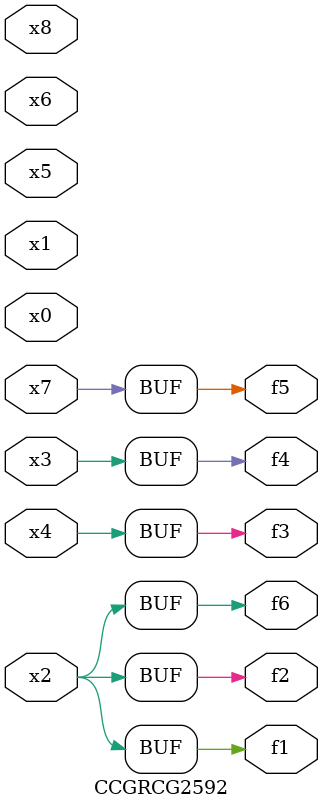
<source format=v>
module CCGRCG2592(
	input x0, x1, x2, x3, x4, x5, x6, x7, x8,
	output f1, f2, f3, f4, f5, f6
);
	assign f1 = x2;
	assign f2 = x2;
	assign f3 = x4;
	assign f4 = x3;
	assign f5 = x7;
	assign f6 = x2;
endmodule

</source>
